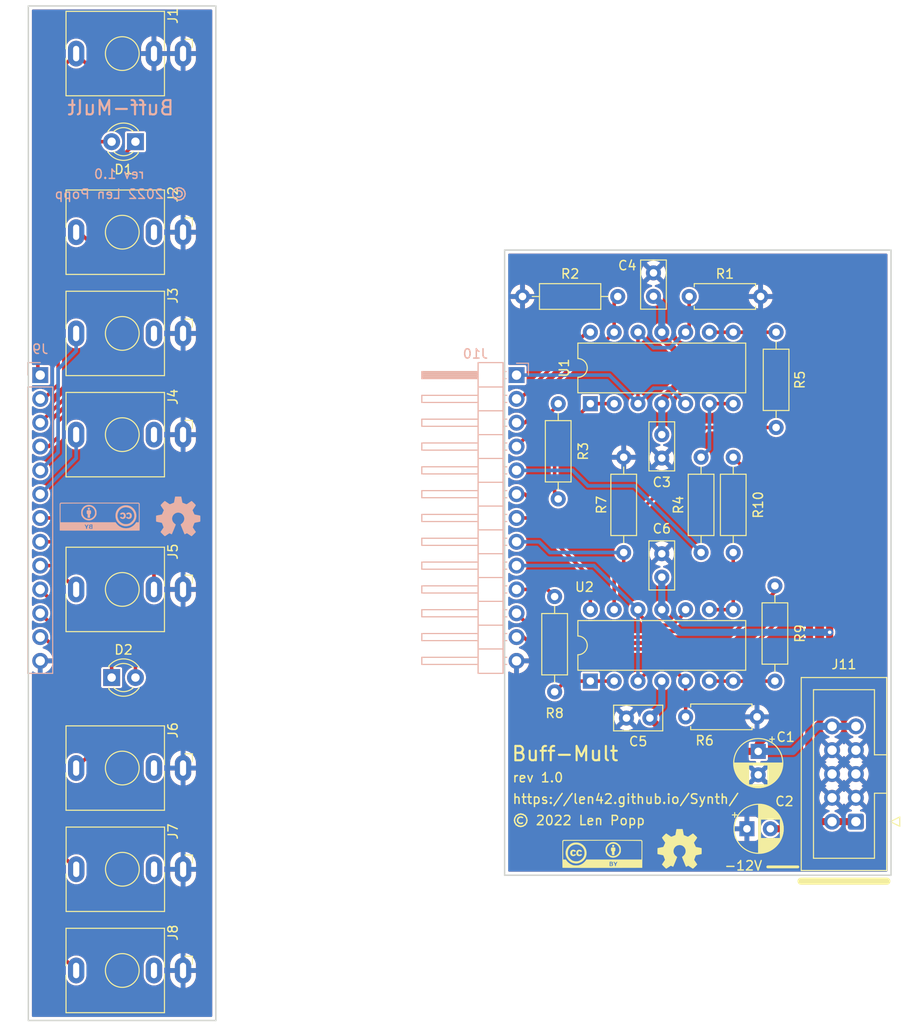
<source format=kicad_pcb>
(kicad_pcb (version 20211014) (generator pcbnew)
  (title_block (title "Eurorack Buffered Mult") (date "2022-06-05") (rev "1.0") (company "Len Popp") (comment 1 "Copyright © 2022 Len Popp CC BY") (comment 2 "Board settings comply with requirements of OSH Park https://oshpark.com/") (comment 3 "Eurorack buffered multiple module - 4HP"))
  (layers (0 "F.Cu" signal) (31 "B.Cu" signal) (36 "B.SilkS" user "B.Silkscreen") (37 "F.SilkS" user "F.Silkscreen") (38 "B.Mask" user) (39 "F.Mask" user) (44 "Edge.Cuts" user))
  (net 0 "")
  (net 1 "+12V")
  (net 2 "GND")
  (net 3 "-12V")
  (net 4 "LED-1-2")
  (net 6 "LED-1-1")
  (net 7 "LED-2-2")
  (net 8 "LED-2-1")
  (net 9 "IN-1")
  (net 10 "OUT-1-1")
  (net 11 "OUT-1-2")
  (net 12 "OUT-1-3")
  (net 13 "IN-2")
  (net 14 "OUT-2-1")
  (net 17 "OUT-2-2")
  (net 19 "OUT-2-3")
  (net 21 "Net-(R3-Pad1)")
  (net 22 "Net-(R4-Pad1)")
  (net 23 "Net-(R5-Pad1)")
  (net 24 "Net-(R8-Pad1)")
  (net 25 "Net-(R9-Pad1)")
  (net 27 "Net-(R10-Pad1)")
  (footprint "-lmp-misc:Logo_CC_BY" (layer "F.Cu") (at 161.544 127.254)
    (fp_text reference "G1" hide)
    (fp_text value "Logo_CC_BY" hide)
  )
  (footprint "-lmp-misc:Logo_OSHW" (layer "F.Cu") (at 169.799 126.746)
    (fp_text reference "G3" hide)
    (fp_text value "Logo_OSHW" hide)
  )
  (footprint "-lmp-synth:Jack_3.5mm_QingPu_WQP-PJ398SM_Vertical" (layer "F.Cu") (at 116.83 118.11 -90)
    (fp_text reference "J6" (at -4.03 1.08 90) (layer "F.SilkS"))
    (fp_text value "WQP-PJ398")
    (pad "S" thru_hole oval (at 0 0 90) (size 2.75 1.75) (drill oval 1.65 0.65) (layers *.Cu *.Mask) (net 2 "GND"))
    (pad "T" thru_hole oval (at 0 11.4 90) (size 2.75 1.75) (drill oval 1.65 0.65) (layers *.Cu *.Mask) (net 14 "OUT-2-1"))
    (pad "TN" thru_hole oval (at 0 3.1 90) (size 2.75 1.75) (drill oval 1.65 0.65) (layers *.Cu *.Mask))
  )
  (footprint "-lmp-misc:R_Axial_DIN0207_L6.3mm_D2.5mm_P10.16mm_Horizontal" (layer "F.Cu") (at 172.085 84.963 -90)
    (fp_text reference "R4" (at 5.08 2.413 90) (layer "F.SilkS"))
    (fp_text value "51R")
    (pad "1" thru_hole circle locked (at 0 0 270) (size 1.6 1.6) (drill 0.8) (layers *.Cu *.Mask) (net 22 "Net-(R4-Pad1)"))
    (pad "2" thru_hole oval locked (at 10.16 0 270) (size 1.6 1.6) (drill 0.8) (layers *.Cu *.Mask) (net 11 "OUT-1-2"))
  )
  (footprint "Package_DIP:DIP-14_W7.62mm" (layer "F.Cu") (at 160.274 108.839 90)
    (fp_text reference "U2" (at 10.033 -0.635 180) (layer "F.SilkS"))
    (fp_text value "TL074")
    (pad "1" thru_hole rect (at 0 0 90) (size 1.6 1.6) (drill 0.8) (layers *.Cu *.Mask) (net 24 "Net-(R8-Pad1)"))
    (pad "2" thru_hole oval (at 0 2.54 90) (size 1.6 1.6) (drill 0.8) (layers *.Cu *.Mask) (net 24 "Net-(R8-Pad1)"))
    (pad "3" thru_hole oval (at 0 5.08 90) (size 1.6 1.6) (drill 0.8) (layers *.Cu *.Mask) (net 13 "IN-2"))
    (pad "4" thru_hole oval (at 0 7.62 90) (size 1.6 1.6) (drill 0.8) (layers *.Cu *.Mask) (net 1 "+12V"))
    (pad "5" thru_hole oval (at 0 10.16 90) (size 1.6 1.6) (drill 0.8) (layers *.Cu *.Mask) (net 13 "IN-2"))
    (pad "6" thru_hole oval (at 0 12.7 90) (size 1.6 1.6) (drill 0.8) (layers *.Cu *.Mask) (net 25 "Net-(R9-Pad1)"))
    (pad "7" thru_hole oval (at 0 15.24 90) (size 1.6 1.6) (drill 0.8) (layers *.Cu *.Mask) (net 25 "Net-(R9-Pad1)"))
    (pad "8" thru_hole oval (at 7.62 15.24 90) (size 1.6 1.6) (drill 0.8) (layers *.Cu *.Mask) (net 27 "Net-(R10-Pad1)"))
    (pad "9" thru_hole oval (at 7.62 12.7 90) (size 1.6 1.6) (drill 0.8) (layers *.Cu *.Mask) (net 27 "Net-(R10-Pad1)"))
    (pad "10" thru_hole oval (at 7.62 10.16 90) (size 1.6 1.6) (drill 0.8) (layers *.Cu *.Mask) (net 13 "IN-2"))
    (pad "11" thru_hole oval (at 7.62 7.62 90) (size 1.6 1.6) (drill 0.8) (layers *.Cu *.Mask) (net 3 "-12V"))
    (pad "12" thru_hole oval (at 7.62 5.08 90) (size 1.6 1.6) (drill 0.8) (layers *.Cu *.Mask) (net 13 "IN-2"))
    (pad "13" thru_hole oval (at 7.62 2.54 90) (size 1.6 1.6) (drill 0.8) (layers *.Cu *.Mask) (net 7 "LED-2-2"))
    (pad "14" thru_hole oval (at 7.62 0 90) (size 1.6 1.6) (drill 0.8) (layers *.Cu *.Mask) (net 8 "LED-2-1"))
  )
  (footprint "-lmp-synth:Jack_3.5mm_QingPu_WQP-PJ398SM_Vertical" (layer "F.Cu") (at 116.83 71.755 -90)
    (fp_text reference "J3" (at -4.03 1.08 90) (layer "F.SilkS"))
    (fp_text value "WQP-PJ398")
    (pad "S" thru_hole oval (at 0 0 90) (size 2.75 1.75) (drill oval 1.65 0.65) (layers *.Cu *.Mask) (net 2 "GND"))
    (pad "T" thru_hole oval (at 0 11.4 90) (size 2.75 1.75) (drill oval 1.65 0.65) (layers *.Cu *.Mask) (net 11 "OUT-1-2"))
    (pad "TN" thru_hole oval (at 0 3.1 90) (size 2.75 1.75) (drill oval 1.65 0.65) (layers *.Cu *.Mask))
  )
  (footprint "-lmp-misc:R_Axial_DIN0207_L6.3mm_D2.5mm_P10.16mm_Horizontal" (layer "F.Cu") (at 156.845 89.408 90)
    (fp_text reference "R3" (at 5.08 2.667 90) (layer "F.SilkS"))
    (fp_text value "51R")
    (pad "1" thru_hole circle locked (at 0 0 90) (size 1.6 1.6) (drill 0.8) (layers *.Cu *.Mask) (net 21 "Net-(R3-Pad1)"))
    (pad "2" thru_hole oval locked (at 10.16 0 90) (size 1.6 1.6) (drill 0.8) (layers *.Cu *.Mask) (net 10 "OUT-1-1"))
  )
  (footprint "-lmp-misc:R_Axial_DIN0207_L6.3mm_D2.5mm_P10.16mm_Horizontal" (layer "F.Cu") (at 180.086 71.628 -90)
    (fp_text reference "R5" (at 5.08 -2.54 90) (layer "F.SilkS"))
    (fp_text value "51R")
    (pad "1" thru_hole circle locked (at 0 0 270) (size 1.6 1.6) (drill 0.8) (layers *.Cu *.Mask) (net 23 "Net-(R5-Pad1)"))
    (pad "2" thru_hole oval locked (at 10.16 0 270) (size 1.6 1.6) (drill 0.8) (layers *.Cu *.Mask) (net 12 "OUT-1-3"))
  )
  (footprint "-lmp-synth:Jack_3.5mm_QingPu_WQP-PJ398SM_Vertical" (layer "F.Cu") (at 116.83 60.96 -90)
    (fp_text reference "J2" (at -4.03 1.08 90) (layer "F.SilkS"))
    (fp_text value "WQP-PJ398")
    (pad "S" thru_hole oval (at 0 0 90) (size 2.75 1.75) (drill oval 1.65 0.65) (layers *.Cu *.Mask) (net 2 "GND"))
    (pad "T" thru_hole oval (at 0 11.4 90) (size 2.75 1.75) (drill oval 1.65 0.65) (layers *.Cu *.Mask) (net 10 "OUT-1-1"))
    (pad "TN" thru_hole oval (at 0 3.1 90) (size 2.75 1.75) (drill oval 1.65 0.65) (layers *.Cu *.Mask))
  )
  (footprint "-lmp-synth:Jack_3.5mm_QingPu_WQP-PJ398SM_Vertical" (layer "F.Cu") (at 116.84 128.905 -90)
    (fp_text reference "J7" (at -4.03 1.08 90) (layer "F.SilkS"))
    (fp_text value "WQP-PJ398")
    (pad "S" thru_hole oval (at 0 0 90) (size 2.75 1.75) (drill oval 1.65 0.65) (layers *.Cu *.Mask) (net 2 "GND"))
    (pad "T" thru_hole oval (at 0 11.4 90) (size 2.75 1.75) (drill oval 1.65 0.65) (layers *.Cu *.Mask) (net 17 "OUT-2-2"))
    (pad "TN" thru_hole oval (at 0 3.1 90) (size 2.75 1.75) (drill oval 1.65 0.65) (layers *.Cu *.Mask))
  )
  (footprint "LED_THT:LED_D3.0mm" (layer "F.Cu") (at 109.215 108.458)
    (fp_text reference "D2" (at 1.27 -2.96) (layer "F.SilkS"))
    (fp_text value "LED_Bidi")
    (pad "1" thru_hole rect (at 0 0) (size 1.8 1.8) (drill 0.9) (layers *.Cu *.Mask) (net 7 "LED-2-2"))
    (pad "2" thru_hole circle (at 2.54 0) (size 1.8 1.8) (drill 0.9) (layers *.Cu *.Mask) (net 8 "LED-2-1"))
  )
  (footprint "-lmp-misc:R_Axial_DIN0207_L6.3mm_D2.5mm_P10.16mm_Horizontal" (layer "F.Cu") (at 179.959 108.839 90)
    (fp_text reference "R9" (at 5.08 2.667 90) (layer "F.SilkS"))
    (fp_text value "51R")
    (pad "1" thru_hole circle locked (at 0 0 90) (size 1.6 1.6) (drill 0.8) (layers *.Cu *.Mask) (net 25 "Net-(R9-Pad1)"))
    (pad "2" thru_hole oval locked (at 10.16 0 90) (size 1.6 1.6) (drill 0.8) (layers *.Cu *.Mask) (net 17 "OUT-2-2"))
  )
  (footprint "-lmp-synth:Jack_3.5mm_QingPu_WQP-PJ398SM_Vertical" (layer "F.Cu") (at 116.83 82.55 -90)
    (fp_text reference "J4" (at -4.03 1.08 90) (layer "F.SilkS"))
    (fp_text value "WQP-PJ398")
    (pad "S" thru_hole oval (at 0 0 90) (size 2.75 1.75) (drill oval 1.65 0.65) (layers *.Cu *.Mask) (net 2 "GND"))
    (pad "T" thru_hole oval (at 0 11.4 90) (size 2.75 1.75) (drill oval 1.65 0.65) (layers *.Cu *.Mask) (net 12 "OUT-1-3"))
    (pad "TN" thru_hole oval (at 0 3.1 90) (size 2.75 1.75) (drill oval 1.65 0.65) (layers *.Cu *.Mask))
  )
  (footprint "-lmp-misc:CP_Radial_D5.0mm_P2.50mm" (layer "F.Cu") (at 176.972888 124.587)
    (fp_text reference "C2" (at 4.002112 -2.921) (layer "F.SilkS"))
    (fp_text value "10U")
    (pad "1" thru_hole rect locked (at 0 0) (size 1.6 1.6) (drill 0.8) (layers *.Cu *.Mask) (net 2 "GND"))
    (pad "2" thru_hole circle locked (at 2.5 0) (size 1.6 1.6) (drill 0.8) (layers *.Cu *.Mask) (net 3 "-12V"))
  )
  (footprint "-lmp-misc:R_Axial_DIN0207_L6.3mm_D2.5mm_P10.16mm_Horizontal" (layer "F.Cu") (at 156.464 109.982 90)
    (fp_text reference "R8" (at -2.286 0 180) (layer "F.SilkS"))
    (fp_text value "51R")
    (pad "1" thru_hole circle locked (at 0 0 90) (size 1.6 1.6) (drill 0.8) (layers *.Cu *.Mask) (net 24 "Net-(R8-Pad1)"))
    (pad "2" thru_hole oval locked (at 10.16 0 90) (size 1.6 1.6) (drill 0.8) (layers *.Cu *.Mask) (net 14 "OUT-2-1"))
  )
  (footprint "Package_DIP:DIP-14_W7.62mm" (layer "F.Cu") (at 160.274 79.248 90)
    (fp_text reference "U1" (at 3.81 -2.794 90) (layer "F.SilkS"))
    (fp_text value "TL074")
    (pad "1" thru_hole rect (at 0 0 90) (size 1.6 1.6) (drill 0.8) (layers *.Cu *.Mask) (net 21 "Net-(R3-Pad1)"))
    (pad "2" thru_hole oval (at 0 2.54 90) (size 1.6 1.6) (drill 0.8) (layers *.Cu *.Mask) (net 21 "Net-(R3-Pad1)"))
    (pad "3" thru_hole oval (at 0 5.08 90) (size 1.6 1.6) (drill 0.8) (layers *.Cu *.Mask) (net 9 "IN-1"))
    (pad "4" thru_hole oval (at 0 7.62 90) (size 1.6 1.6) (drill 0.8) (layers *.Cu *.Mask) (net 1 "+12V"))
    (pad "5" thru_hole oval (at 0 10.16 90) (size 1.6 1.6) (drill 0.8) (layers *.Cu *.Mask) (net 9 "IN-1"))
    (pad "6" thru_hole oval (at 0 12.7 90) (size 1.6 1.6) (drill 0.8) (layers *.Cu *.Mask) (net 22 "Net-(R4-Pad1)"))
    (pad "7" thru_hole oval (at 0 15.24 90) (size 1.6 1.6) (drill 0.8) (layers *.Cu *.Mask) (net 22 "Net-(R4-Pad1)"))
    (pad "8" thru_hole oval (at 7.62 15.24 90) (size 1.6 1.6) (drill 0.8) (layers *.Cu *.Mask) (net 23 "Net-(R5-Pad1)"))
    (pad "9" thru_hole oval (at 7.62 12.7 90) (size 1.6 1.6) (drill 0.8) (layers *.Cu *.Mask) (net 23 "Net-(R5-Pad1)"))
    (pad "10" thru_hole oval (at 7.62 10.16 90) (size 1.6 1.6) (drill 0.8) (layers *.Cu *.Mask) (net 9 "IN-1"))
    (pad "11" thru_hole oval (at 7.62 7.62 90) (size 1.6 1.6) (drill 0.8) (layers *.Cu *.Mask) (net 3 "-12V"))
    (pad "12" thru_hole oval (at 7.62 5.08 90) (size 1.6 1.6) (drill 0.8) (layers *.Cu *.Mask) (net 9 "IN-1"))
    (pad "13" thru_hole oval (at 7.62 2.54 90) (size 1.6 1.6) (drill 0.8) (layers *.Cu *.Mask) (net 4 "LED-1-2"))
    (pad "14" thru_hole oval (at 7.62 0 90) (size 1.6 1.6) (drill 0.8) (layers *.Cu *.Mask) (net 6 "LED-1-1"))
  )
  (footprint "-lmp-misc:R_Axial_DIN0207_L6.3mm_D2.5mm_P10.16mm_Horizontal" (layer "F.Cu") (at 163.83 95.123 90)
    (fp_text reference "R7" (at 5.08 -2.37 90) (layer "F.SilkS"))
    (fp_text value "1K")
    (pad "1" thru_hole circle locked (at 0 0 90) (size 1.6 1.6) (drill 0.8) (layers *.Cu *.Mask) (net 7 "LED-2-2"))
    (pad "2" thru_hole oval locked (at 10.16 0 90) (size 1.6 1.6) (drill 0.8) (layers *.Cu *.Mask) (net 2 "GND"))
  )
  (footprint "-lmp-misc:R_Axial_DIN0207_L6.3mm_D2.5mm_P7.62mm_Horizontal" (layer "F.Cu") (at 170.815 67.818)
    (fp_text reference "R1" (at 3.81 -2.413) (layer "F.SilkS"))
    (fp_text value "1M")
    (pad "1" thru_hole circle locked (at 0 0) (size 1.6 1.6) (drill 0.8) (layers *.Cu *.Mask) (net 9 "IN-1"))
    (pad "2" thru_hole oval locked (at 7.62 0) (size 1.6 1.6) (drill 0.8) (layers *.Cu *.Mask) (net 2 "GND"))
  )
  (footprint "-lmp-misc:R_Axial_DIN0207_L6.3mm_D2.5mm_P10.16mm_Horizontal" (layer "F.Cu") (at 175.514 95.123 90)
    (fp_text reference "R10" (at 5.08 2.667 90) (layer "F.SilkS"))
    (fp_text value "51R")
    (pad "1" thru_hole circle locked (at 0 0 90) (size 1.6 1.6) (drill 0.8) (layers *.Cu *.Mask) (net 27 "Net-(R10-Pad1)"))
    (pad "2" thru_hole oval locked (at 10.16 0 90) (size 1.6 1.6) (drill 0.8) (layers *.Cu *.Mask) (net 19 "OUT-2-3"))
  )
  (footprint "-lmp-synth:Jack_3.5mm_QingPu_WQP-PJ398SM_Vertical" (layer "F.Cu") (at 116.83 41.91 -90)
    (fp_text reference "J1" (at -4.03 1.08 90) (layer "F.SilkS"))
    (fp_text value "WQP-PJ398")
    (pad "S" thru_hole oval (at 0 0 90) (size 2.75 1.75) (drill oval 1.65 0.65) (layers *.Cu *.Mask) (net 2 "GND"))
    (pad "T" thru_hole oval (at 0 11.4 90) (size 2.75 1.75) (drill oval 1.65 0.65) (layers *.Cu *.Mask) (net 9 "IN-1"))
    (pad "TN" thru_hole oval (at 0 3.1 90) (size 2.75 1.75) (drill oval 1.65 0.65) (layers *.Cu *.Mask) (net 2 "GND"))
  )
  (footprint "LED_THT:LED_D3.0mm" (layer "F.Cu") (at 111.755 51.308 180)
    (fp_text reference "D1" (at 1.27 -2.96) (layer "F.SilkS"))
    (fp_text value "LED_Bidi")
    (pad "1" thru_hole rect (at 0 0 180) (size 1.8 1.8) (drill 0.9) (layers *.Cu *.Mask) (net 4 "LED-1-2"))
    (pad "2" thru_hole circle (at 2.54 0 180) (size 1.8 1.8) (drill 0.9) (layers *.Cu *.Mask) (net 6 "LED-1-1"))
  )
  (footprint "-lmp-misc:CP_Radial_D5.0mm_P2.50mm" (layer "F.Cu") (at 178.181 116.332 -90)
    (fp_text reference "C1" (at -1.524 -2.921 180) (layer "F.SilkS"))
    (fp_text value "10U")
    (pad "1" thru_hole rect locked (at 0 0 270) (size 1.6 1.6) (drill 0.8) (layers *.Cu *.Mask) (net 1 "+12V"))
    (pad "2" thru_hole circle locked (at 2.5 0 270) (size 1.6 1.6) (drill 0.8) (layers *.Cu *.Mask) (net 2 "GND"))
  )
  (footprint "-lmp-misc:C_Disc_D5.0mm_W2.5mm_P2.50mm" (layer "F.Cu") (at 167.894 82.55 -90)
    (fp_text reference "C3" (at 5.08 0 180) (layer "F.SilkS"))
    (fp_text value "100N")
    (pad "1" thru_hole circle locked (at 0 0 270) (size 1.6 1.6) (drill 0.8) (layers *.Cu *.Mask) (net 1 "+12V"))
    (pad "2" thru_hole circle locked (at 2.5 0 270) (size 1.6 1.6) (drill 0.8) (layers *.Cu *.Mask) (net 2 "GND"))
  )
  (footprint "-lmp-synth:Jack_3.5mm_QingPu_WQP-PJ398SM_Vertical" (layer "F.Cu") (at 116.83 139.7 -90)
    (fp_text reference "J8" (at -4.03 1.08 90) (layer "F.SilkS"))
    (fp_text value "WQP-PJ398")
    (pad "S" thru_hole oval (at 0 0 90) (size 2.75 1.75) (drill oval 1.65 0.65) (layers *.Cu *.Mask) (net 2 "GND"))
    (pad "T" thru_hole oval (at 0 11.4 90) (size 2.75 1.75) (drill oval 1.65 0.65) (layers *.Cu *.Mask) (net 19 "OUT-2-3"))
    (pad "TN" thru_hole oval (at 0 3.1 90) (size 2.75 1.75) (drill oval 1.65 0.65) (layers *.Cu *.Mask))
  )
  (footprint "-lmp-misc:C_Disc_D5.0mm_W2.5mm_P2.50mm" (layer "F.Cu") (at 166.624 112.776 180)
    (fp_text reference "C5" (at 1.25 -2.5) (layer "F.SilkS"))
    (fp_text value "100N")
    (pad "1" thru_hole circle locked (at 0 0 180) (size 1.6 1.6) (drill 0.8) (layers *.Cu *.Mask) (net 1 "+12V"))
    (pad "2" thru_hole circle locked (at 2.5 0 180) (size 1.6 1.6) (drill 0.8) (layers *.Cu *.Mask) (net 2 "GND"))
  )
  (footprint "-lmp-synth:IDC-Header-Eurorack-10-TH" (layer "F.Cu") (at 188.595 123.825 180)
    (fp_text reference "J11" (at 1.27 16.764) (layer "F.SilkS"))
    (fp_text value "Conn_Eurorack_10")
    (pad "1" thru_hole roundrect locked (at 0 0 180) (size 1.7 1.7) (drill 1) (layers *.Cu *.Mask) (roundrect_rratio 0.1470588235) (net 3 "-12V"))
    (pad "2" thru_hole circle locked (at 2.54 0 180) (size 1.7 1.7) (drill 1) (layers *.Cu *.Mask) (net 3 "-12V"))
    (pad "3" thru_hole circle locked (at 0 2.54 180) (size 1.7 1.7) (drill 1) (layers *.Cu *.Mask) (net 2 "GND"))
    (pad "4" thru_hole circle locked (at 2.54 2.54 180) (size 1.7 1.7) (drill 1) (layers *.Cu *.Mask) (net 2 "GND"))
    (pad "5" thru_hole circle locked (at 0 5.08 180) (size 1.7 1.7) (drill 1) (layers *.Cu *.Mask) (net 2 "GND"))
    (pad "6" thru_hole circle locked (at 2.54 5.08 180) (size 1.7 1.7) (drill 1) (layers *.Cu *.Mask) (net 2 "GND"))
    (pad "7" thru_hole circle locked (at 0 7.62 180) (size 1.7 1.7) (drill 1) (layers *.Cu *.Mask) (net 2 "GND"))
    (pad "8" thru_hole circle locked (at 2.54 7.62 180) (size 1.7 1.7) (drill 1) (layers *.Cu *.Mask) (net 2 "GND"))
    (pad "9" thru_hole circle locked (at 0 10.16 180) (size 1.7 1.7) (drill 1) (layers *.Cu *.Mask) (net 1 "+12V"))
    (pad "10" thru_hole circle locked (at 2.54 10.16 180) (size 1.7 1.7) (drill 1) (layers *.Cu *.Mask) (net 1 "+12V"))
  )
  (footprint "-lmp-synth:Jack_3.5mm_QingPu_WQP-PJ398SM_Vertical" (layer "F.Cu") (at 116.83 99.06 -90)
    (fp_text reference "J5" (at -4.03 1.08 90) (layer "F.SilkS"))
    (fp_text value "WQP-PJ398")
    (pad "S" thru_hole oval (at 0 0 90) (size 2.75 1.75) (drill oval 1.65 0.65) (layers *.Cu *.Mask) (net 2 "GND"))
    (pad "T" thru_hole oval (at 0 11.4 90) (size 2.75 1.75) (drill oval 1.65 0.65) (layers *.Cu *.Mask) (net 13 "IN-2"))
    (pad "TN" thru_hole oval (at 0 3.1 90) (size 2.75 1.75) (drill oval 1.65 0.65) (layers *.Cu *.Mask) (net 9 "IN-1"))
  )
  (footprint "-lmp-misc:R_Axial_DIN0207_L6.3mm_D2.5mm_P7.62mm_Horizontal" (layer "F.Cu") (at 170.434 112.649)
    (fp_text reference "R6" (at 2.032 2.54) (layer "F.SilkS"))
    (fp_text value "1M")
    (pad "1" thru_hole circle locked (at 0 0) (size 1.6 1.6) (drill 0.8) (layers *.Cu *.Mask) (net 13 "IN-2"))
    (pad "2" thru_hole oval locked (at 7.62 0) (size 1.6 1.6) (drill 0.8) (layers *.Cu *.Mask) (net 2 "GND"))
  )
  (footprint "-lmp-misc:C_Disc_D5.0mm_W2.5mm_P2.50mm" (layer "F.Cu") (at 167.005 65.298 -90)
    (fp_text reference "C4" (at -0.782 2.794 180) (layer "F.SilkS"))
    (fp_text value "100N")
    (pad "1" thru_hole circle locked (at 0 0 270) (size 1.6 1.6) (drill 0.8) (layers *.Cu *.Mask) (net 2 "GND"))
    (pad "2" thru_hole circle locked (at 2.5 0 270) (size 1.6 1.6) (drill 0.8) (layers *.Cu *.Mask) (net 3 "-12V"))
  )
  (footprint "-lmp-misc:R_Axial_DIN0207_L6.3mm_D2.5mm_P10.16mm_Horizontal" (layer "F.Cu") (at 163.195 67.818 180)
    (fp_text reference "R2" (at 5.08 2.413) (layer "F.SilkS"))
    (fp_text value "1K")
    (pad "1" thru_hole circle locked (at 0 0 180) (size 1.6 1.6) (drill 0.8) (layers *.Cu *.Mask) (net 4 "LED-1-2"))
    (pad "2" thru_hole oval locked (at 10.16 0 180) (size 1.6 1.6) (drill 0.8) (layers *.Cu *.Mask) (net 2 "GND"))
  )
  (footprint "-lmp-misc:C_Disc_D5.0mm_W2.5mm_P2.50mm" (layer "F.Cu") (at 167.894 95.25 -90)
    (fp_text reference "C6" (at -2.667 0 180) (layer "F.SilkS"))
    (fp_text value "100N")
    (pad "1" thru_hole circle locked (at 0 0 270) (size 1.6 1.6) (drill 0.8) (layers *.Cu *.Mask) (net 2 "GND"))
    (pad "2" thru_hole circle locked (at 2.5 0 270) (size 1.6 1.6) (drill 0.8) (layers *.Cu *.Mask) (net 3 "-12V"))
  )
  (footprint "-lmp-misc:Logo_CC_BY" (layer "B.Cu") (at 107.95 91.2876 180)
    (fp_text reference "G2" hide)
    (fp_text value "Logo_CC_BY" hide)
  )
  (footprint "-lmp-misc:Logo_OSHW" (layer "B.Cu") (at 116.3066 91.2876 180)
    (fp_text reference "G4" hide)
    (fp_text value "Logo_OSHW" hide)
  )
  (footprint "Connector_PinSocket_2.54mm:PinSocket_1x13_P2.54mm_Vertical" (layer "B.Cu") (at 101.6 76.2 180)
    (fp_text reference "J9" (at 0 2.77) (layer "B.SilkS") (effects (justify mirror)))
    (fp_text value "Conn_Front")
    (pad "1" thru_hole rect (at 0 0 180) (size 1.7 1.7) (drill 1) (layers *.Cu *.Mask) (net 9 "IN-1"))
    (pad "2" thru_hole oval (at 0 -2.54 180) (size 1.7 1.7) (drill 1) (layers *.Cu *.Mask) (net 6 "LED-1-1"))
    (pad "3" thru_hole oval (at 0 -5.08 180) (size 1.7 1.7) (drill 1) (layers *.Cu *.Mask) (net 4 "LED-1-2"))
    (pad "4" thru_hole oval (at 0 -7.62 180) (size 1.7 1.7) (drill 1) (layers *.Cu *.Mask) (net 10 "OUT-1-1"))
    (pad "5" thru_hole oval (at 0 -10.16 180) (size 1.7 1.7) (drill 1) (layers *.Cu *.Mask) (net 11 "OUT-1-2"))
    (pad "6" thru_hole oval (at 0 -12.7 180) (size 1.7 1.7) (drill 1) (layers *.Cu *.Mask) (net 12 "OUT-1-3"))
    (pad "7" thru_hole oval (at 0 -15.24 180) (size 1.7 1.7) (drill 1) (layers *.Cu *.Mask) (net 8 "LED-2-1"))
    (pad "8" thru_hole oval (at 0 -17.78 180) (size 1.7 1.7) (drill 1) (layers *.Cu *.Mask) (net 7 "LED-2-2"))
    (pad "9" thru_hole oval (at 0 -20.32 180) (size 1.7 1.7) (drill 1) (layers *.Cu *.Mask) (net 13 "IN-2"))
    (pad "10" thru_hole oval (at 0 -22.86 180) (size 1.7 1.7) (drill 1) (layers *.Cu *.Mask) (net 14 "OUT-2-1"))
    (pad "11" thru_hole oval (at 0 -25.4 180) (size 1.7 1.7) (drill 1) (layers *.Cu *.Mask) (net 17 "OUT-2-2"))
    (pad "12" thru_hole oval (at 0 -27.94 180) (size 1.7 1.7) (drill 1) (layers *.Cu *.Mask) (net 19 "OUT-2-3"))
    (pad "13" thru_hole oval (at 0 -30.48 180) (size 1.7 1.7) (drill 1) (layers *.Cu *.Mask) (net 2 "GND"))
  )
  (footprint "Connector_PinHeader_2.54mm:PinHeader_1x13_P2.54mm_Horizontal" (layer "B.Cu") (at 152.4 76.2 180)
    (fp_text reference "J10" (at 4.385 2.27) (layer "B.SilkS") (effects (justify mirror)))
    (fp_text value "Conn_Back")
    (pad "1" thru_hole rect (at 0 0 180) (size 1.7 1.7) (drill 1) (layers *.Cu *.Mask) (net 9 "IN-1"))
    (pad "2" thru_hole oval (at 0 -2.54 180) (size 1.7 1.7) (drill 1) (layers *.Cu *.Mask) (net 6 "LED-1-1"))
    (pad "3" thru_hole oval (at 0 -5.08 180) (size 1.7 1.7) (drill 1) (layers *.Cu *.Mask) (net 4 "LED-1-2"))
    (pad "4" thru_hole oval (at 0 -7.62 180) (size 1.7 1.7) (drill 1) (layers *.Cu *.Mask) (net 10 "OUT-1-1"))
    (pad "5" thru_hole oval (at 0 -10.16 180) (size 1.7 1.7) (drill 1) (layers *.Cu *.Mask) (net 11 "OUT-1-2"))
    (pad "6" thru_hole oval (at 0 -12.7 180) (size 1.7 1.7) (drill 1) (layers *.Cu *.Mask) (net 12 "OUT-1-3"))
    (pad "7" thru_hole oval (at 0 -15.24 180) (size 1.7 1.7) (drill 1) (layers *.Cu *.Mask) (net 8 "LED-2-1"))
    (pad "8" thru_hole oval (at 0 -17.78 180) (size 1.7 1.7) (drill 1) (layers *.Cu *.Mask) (net 7 "LED-2-2"))
    (pad "9" thru_hole oval (at 0 -20.32 180) (size 1.7 1.7) (drill 1) (layers *.Cu *.Mask) (net 13 "IN-2"))
    (pad "10" thru_hole oval (at 0 -22.86 180) (size 1.7 1.7) (drill 1) (layers *.Cu *.Mask) (net 14 "OUT-2-1"))
    (pad "11" thru_hole oval (at 0 -25.4 180) (size 1.7 1.7) (drill 1) (layers *.Cu *.Mask) (net 17 "OUT-2-2"))
    (pad "12" thru_hole oval (at 0 -27.94 180) (size 1.7 1.7) (drill 1) (layers *.Cu *.Mask) (net 19 "OUT-2-3"))
    (pad "13" thru_hole oval (at 0 -30.48 180) (size 1.7 1.7) (drill 1) (layers *.Cu *.Mask) (net 2 "GND"))
  )
  (gr_line (start 182.405 128.651) (end 179.197 128.651) (layer "F.SilkS") (width 0.3048))
  (gr_line (start 151.13 129.54) (end 151.13 62.865) (layer "Edge.Cuts") (width 0.1524))
  (gr_line (start 151.13 62.865) (end 192.3415 62.865) (layer "Edge.Cuts") (width 0.1524))
  (gr_line (start 120.33 36.83) (end 120.33 145.034) (layer "Edge.Cuts") (width 0.1524))
  (gr_line (start 120.33 145.034) (end 100.33 145.034) (layer "Edge.Cuts") (width 0.1524))
  (gr_line (start 100.33 36.83) (end 120.33 36.83) (layer "Edge.Cuts") (width 0.1524))
  (gr_line (start 192.3415 129.54) (end 151.13 129.54) (layer "Edge.Cuts") (width 0.1524))
  (gr_line (start 192.3415 62.865) (end 192.3415 129.54) (layer "Edge.Cuts") (width 0.1524))
  (gr_line (start 100.33 145.034) (end 100.33 36.83) (layer "Edge.Cuts") (width 0.1524))
  (gr_text "Buff-Mult" (at 110.1852 47.7012) (layer "B.SilkS") (effects (font (size 1.524 1.524) (thickness 0.2286)) (justify mirror)))
  (gr_text "rev ${REVISION}" (at 110.0328 54.7624) (layer "B.SilkS") (effects (font (size 1 1)) (justify mirror)))
  (gr_text "© 2022 Len Popp" (at 117.348 56.896) (layer "B.SilkS") (effects (font (size 1 1)) (justify left mirror)))
  (gr_text "© 2022 Len Popp" (at 151.892 123.698) (layer "F.SilkS") (effects (font (size 1 1)) (justify left)))
  (gr_text "-12V" (at 178.689 128.524) (layer "F.SilkS") (effects (font (size 1 1)) (justify right)))
  (gr_text "Buff-Mult" (at 151.765 116.586) (layer "F.SilkS") (effects (font (size 1.524 1.524) (thickness 0.2286)) (justify left)))
  (gr_text "https://len42.github.io/Synth/" (at 151.892 121.412) (layer "F.SilkS") (effects (font (size 1.016 1.016) (thickness 0.1524)) (justify left)))
  (gr_text "rev ${REVISION}" (at 151.892 119.126) (layer "F.SilkS") (effects (font (size 1 1)) (justify left)))
  (segment (start 178.689 77.216) (end 169.545 77.216) (width 0.762) (layer "F.Cu") (net 1))
  (segment (start 167.894 78.867) (end 167.894 79.248) (width 0.762) (layer "F.Cu") (net 1))
  (segment (start 170.18 116.332) (end 169.799 115.951) (width 0.762) (layer "F.Cu") (net 1))
  (segment (start 178.181 115.57) (end 183.642 110.109) (width 0.762) (layer "F.Cu") (net 1))
  (segment (start 166.624 112.776) (end 168.9735 115.1255) (width 0.762) (layer "F.Cu") (net 1))
  (segment (start 183.642 110.109) (end 183.642 82.169) (width 0.762) (layer "F.Cu") (net 1))
  (segment (start 169.799 115.951) (end 168.9735 115.1255) (width 0.762) (layer "F.Cu") (net 1))
  (segment (start 178.181 116.332) (end 178.181 115.57) (width 0.762) (layer "F.Cu") (net 1))
  (segment (start 178.181 116.332) (end 170.18 116.332) (width 0.762) (layer "F.Cu") (net 1))
  (segment (start 183.642 82.169) (end 178.689 77.216) (width 0.762) (layer "F.Cu") (net 1))
  (segment (start 169.545 77.216) (end 167.894 78.867) (width 0.762) (layer "F.Cu") (net 1))
  (segment (start 181.864 116.332) (end 178.181 116.332) (width 0.762) (layer "B.Cu") (net 1))
  (segment (start 188.595 113.665) (end 186.055 113.665) (width 0.762) (layer "B.Cu") (net 1))
  (segment (start 166.624 112.776) (end 167.894 111.506) (width 0.762) (layer "B.Cu") (net 1))
  (segment (start 184.531 113.665) (end 181.864 116.332) (width 0.762) (layer "B.Cu") (net 1))
  (segment (start 167.894 111.506) (end 167.894 108.839) (width 0.762) (layer "B.Cu") (net 1))
  (segment (start 186.055 113.665) (end 184.531 113.665) (width 0.762) (layer "B.Cu") (net 1))
  (segment (start 167.894 82.55) (end 167.894 79.248) (width 0.762) (layer "B.Cu") (net 1))
  (segment (start 185.801 105.918) (end 185.801 103.632) (width 0.762) (layer "F.Cu") (net 3))
  (segment (start 167.894 72.136) (end 167.894 71.628) (width 0.762) (layer "F.Cu") (net 3))
  (segment (start 185.801 110.871) (end 183.5785 113.0935) (width 0.762) (layer "F.Cu") (net 3))
  (segment (start 178.689 74.295) (end 170.053 74.295) (width 0.762) (layer "F.Cu") (net 3))
  (segment (start 170.053 74.295) (end 167.894 72.136) (width 0.762) (layer "F.Cu") (net 3))
  (segment (start 185.801 105.918) (end 185.801 110.871) (width 0.762) (layer "F.Cu") (net 3))
  (segment (start 183.5785 113.0935) (end 183.5785 122.8725) (width 0.762) (layer "F.Cu") (net 3))
  (segment (start 188.595 123.825) (end 186.055 123.825) (width 0.762) (layer "F.Cu") (net 3))
  (segment (start 183.5785 122.8725) (end 184.531 123.825) (width 0.762) (layer "F.Cu") (net 3))
  (segment (start 181.864 124.587) (end 179.475888 124.587) (width 0.762) (layer "F.Cu") (net 3))
  (segment (start 183.5785 122.8725) (end 181.864 124.587) (width 0.762) (layer "F.Cu") (net 3))
  (segment (start 185.801 81.407) (end 178.689 74.295) (width 0.762) (layer "F.Cu") (net 3))
  (segment (start 186.055 123.825) (end 184.531 123.825) (width 0.762) (layer "F.Cu") (net 3))
  (segment (start 185.801 103.632) (end 185.801 81.407) (width 0.762) (layer "F.Cu") (net 3))
  (via (at 185.801 103.632) (size 0.762) (drill 0.381) (layers "F.Cu" "B.Cu") (net 3))
  (segment (start 167.005 67.798) (end 167.894 68.687) (width 0.762) (layer "B.Cu") (net 3))
  (segment (start 167.894 101.727) (end 167.894 101.219) (width 0.762) (layer "B.Cu") (net 3))
  (segment (start 167.894 101.219) (end 167.894 97.75) (width 0.762) (layer "B.Cu") (net 3))
  (segment (start 169.7355 103.5685) (end 169.799 103.632) (width 0.762) (layer "B.Cu") (net 3))
  (segment (start 167.894 68.687) (end 167.894 71.628) (width 0.762) (layer "B.Cu") (net 3))
  (segment (start 169.7355 103.5685) (end 167.894 101.727) (width 0.762) (layer "B.Cu") (net 3))
  (segment (start 169.799 103.632) (end 185.801 103.632) (width 0.762) (layer "B.Cu") (net 3))
  (segment (start 160.68675 73.75525) (end 162.814 71.628) (width 0.381) (layer "F.Cu") (net 4))
  (segment (start 159.79775 73.75525) (end 160.68675 73.75525) (width 0.381) (layer "F.Cu") (net 4))
  (segment (start 154.559 78.994) (end 159.79775 73.75525) (width 0.381) (layer "F.Cu") (net 4))
  (segment (start 162.814 71.628) (end 162.814 68.199) (width 0.381) (layer "F.Cu") (net 4))
  (segment (start 154.559 80.01) (end 154.559 78.994) (width 0.381) (layer "F.Cu") (net 4))
  (segment (start 111.755 51.44) (end 111.755 51.308) (width 0.381) (layer "F.Cu") (net 4))
  (segment (start 101.6 81.28) (end 107.188 75.692) (width 0.381) (layer "F.Cu") (net 4))
  (segment (start 152.4 81.28) (end 153.289 81.28) (width 0.381) (layer "F.Cu") (net 4))
  (segment (start 103.632 59.563) (end 111.755 51.44) (width 0.381) (layer "F.Cu") (net 4))
  (segment (start 153.289 81.28) (end 154.559 80.01) (width 0.381) (layer "F.Cu") (net 4))
  (segment (start 162.814 68.199) (end 163.195 67.818) (width 0.381) (layer "F.Cu") (net 4))
  (segment (start 107.188 67.945) (end 103.632 64.389) (width 0.381) (layer "F.Cu") (net 4))
  (segment (start 107.188 75.692) (end 107.188 67.945) (width 0.381) (layer "F.Cu") (net 4))
  (segment (start 103.632 64.389) (end 103.632 59.563) (width 0.381) (layer "F.Cu") (net 4))
  (segment (start 160.274 71.628) (end 159.893 71.628) (width 0.381) (layer "F.Cu") (net 6))
  (segment (start 159.893 71.628) (end 152.781 78.74) (width 0.381) (layer "F.Cu") (net 6))
  (segment (start 102.489 56.007) (end 102.489 73.66) (width 0.381) (layer "F.Cu") (net 6))
  (segment (start 152.781 78.74) (end 152.4 78.74) (width 0.381) (layer "F.Cu") (net 6))
  (segment (start 109.215 51.308) (end 107.188 51.308) (width 0.381) (layer "F.Cu") (net 6))
  (segment (start 102.489 73.66) (end 103.505 74.676) (width 0.381) (layer "F.Cu") (net 6))
  (segment (start 103.505 77.216) (end 101.981 78.74) (width 0.381) (layer "F.Cu") (net 6))
  (segment (start 101.981 78.74) (end 101.6 78.74) (width 0.381) (layer "F.Cu") (net 6))
  (segment (start 107.188 51.308) (end 102.489 56.007) (width 0.381) (layer "F.Cu") (net 6))
  (segment (start 103.505 74.676) (end 103.505 77.216) (width 0.381) (layer "F.Cu") (net 6))
  (segment (start 103.378 93.98) (end 101.6 93.98) (width 0.381) (layer "F.Cu") (net 7))
  (segment (start 109.215 104.262) (end 107.315 102.362) (width 0.381) (layer "F.Cu") (net 7))
  (segment (start 109.215 108.458) (end 109.215 104.262) (width 0.381) (layer "F.Cu") (net 7))
  (segment (start 163.83 95.123) (end 163.83 96.52) (width 0.381) (layer "F.Cu") (net 7))
  (segment (start 107.315 97.917) (end 103.378 93.98) (width 0.381) (layer "F.Cu") (net 7))
  (segment (start 162.814 101.219) (end 162.814 97.536) (width 0.381) (layer "F.Cu") (net 7))
  (segment (start 107.315 102.362) (end 107.315 97.917) (width 0.381) (layer "F.Cu") (net 7))
  (segment (start 163.83 96.52) (end 162.814 97.536) (width 0.381) (layer "F.Cu") (net 7))
  (segment (start 152.4 93.98) (end 154.813 93.98) (width 0.381) (layer "B.Cu") (net 7))
  (segment (start 155.956 95.123) (end 163.83 95.123) (width 0.381) (layer "B.Cu") (net 7))
  (segment (start 154.813 93.98) (end 155.956 95.123) (width 0.381) (layer "B.Cu") (net 7))
  (segment (start 153.924 91.44) (end 152.4 91.44) (width 0.381) (layer "F.Cu") (net 8))
  (segment (start 160.274 97.79) (end 153.924 91.44) (width 0.381) (layer "F.Cu") (net 8))
  (segment (start 103.124 91.44) (end 101.6 91.44) (width 0.381) (layer "F.Cu") (net 8))
  (segment (start 108.585 96.901) (end 103.124 91.44) (width 0.381) (layer "F.Cu") (net 8))
  (segment (start 111.755 108.458) (end 111.755 104.643) (width 0.381) (layer "F.Cu") (net 8))
  (segment (start 108.585 101.473) (end 108.585 96.901) (width 0.381) (layer "F.Cu") (net 8))
  (segment (start 160.274 101.219) (end 160.274 97.79) (width 0.381) (layer "F.Cu") (net 8))
  (segment (start 111.755 104.643) (end 108.585 101.473) (width 0.381) (layer "F.Cu") (net 8))
  (segment (start 113.73 96.201) (end 113.73 99.06) (width 0.381) (layer "F.Cu") (net 9))
  (segment (start 119.126 90.805) (end 113.73 96.201) (width 0.381) (layer "F.Cu") (net 9))
  (segment (start 101.346 75.946) (end 101.346 45.994) (width 0.381) (layer "F.Cu") (net 9))
  (segment (start 165.354 79.248) (end 165.354 71.628) (width 0.381) (layer "F.Cu") (net 9))
  (segment (start 101.346 45.994) (end 105.43 41.91) (width 0.381) (layer "F.Cu") (net 9))
  (segment (start 105.43 41.91) (end 109.748 46.228) (width 0.381) (layer "F.Cu") (net 9))
  (segment (start 119.126 55.245) (end 119.126 90.805) (width 0.381) (layer "F.Cu") (net 9))
  (segment (start 110.109 46.228) (end 119.126 55.245) (width 0.381) (layer "F.Cu") (net 9))
  (segment (start 170.815 71.247) (end 170.434 71.628) (width 0.381) (layer "F.Cu") (net 9))
  (segment (start 170.815 67.818) (end 170.815 71.247) (width 0.381) (layer "F.Cu") (net 9))
  (segment (start 101.6 76.2) (end 101.346 75.946) (width 0.381) (layer "F.Cu") (net 9))
  (segment (start 109.748 46.228) (end 110.109 46.228) (width 0.381) (layer "F.Cu") (net 9))
  (segment (start 168.783 77.597) (end 167.005 77.597) (width 0.381) (layer "B.Cu") (net 9))
  (segment (start 170.434 79.248) (end 168.783 77.597) (width 0.381) (layer "B.Cu") (net 9))
  (segment (start 167.005 73.279) (end 165.354 71.628) (width 0.381) (layer "B.Cu") (net 9))
  (segment (start 170.434 71.628) (end 168.783 73.279) (width 0.381) (layer "B.Cu") (net 9))
  (segment (start 168.783 73.279) (end 167.005 73.279) (width 0.381) (layer "B.Cu") (net 9))
  (segment (start 165.354 79.248) (end 162.306 76.2) (width 0.381) (layer "B.Cu") (net 9))
  (segment (start 167.005 77.597) (end 165.354 79.248) (width 0.381) (layer "B.Cu") (net 9))
  (segment (start 162.306 76.2) (end 152.4 76.2) (width 0.381) (layer "B.Cu") (net 9))
  (segment (start 103.505 81.153) (end 108.331 76.327) (width 0.381) (layer "F.Cu") (net 10))
  (segment (start 103.505 82.804) (end 103.505 81.153) (width 0.381) (layer "F.Cu") (net 10))
  (segment (start 102.489 83.82) (end 103.505 82.804) (width 0.381) (layer "F.Cu") (net 10))
  (segment (start 101.6 83.82) (end 102.489 83.82) (width 0.381) (layer "F.Cu") (net 10))
  (segment (start 108.331 63.5) (end 105.791 60.96) (width 0.381) (layer "F.Cu") (net 10))
  (segment (start 152.4 83.82) (end 156.845 79.375) (width 0.381) (layer "F.Cu") (net 10))
  (segment (start 156.845 79.375) (end 156.845 79.248) (width 0.381) (layer "F.Cu") (net 10))
  (segment (start 108.331 76.327) (end 108.331 63.5) (width 0.381) (layer "F.Cu") (net 10))
  (segment (start 105.791 60.96) (end 105.43 60.96) (width 0.381) (layer "F.Cu") (net 10))
  (segment (start 172.085 95.123) (end 164.973 88.011) (width 0.381) (layer "B.Cu") (net 11))
  (segment (start 105.43 73.64) (end 105.43 71.755) (width 0.381) (layer "B.Cu") (net 11))
  (segment (start 160.02 88.011) (end 158.369 86.36) (width 0.381) (layer "B.Cu") (net 11))
  (segment (start 103.505 75.565) (end 105.43 73.64) (width 0.381) (layer "B.Cu") (net 11))
  (segment (start 103.505 84.455) (end 103.505 75.565) (width 0.381) (layer "B.Cu") (net 11))
  (segment (start 164.973 88.011) (end 160.02 88.011) (width 0.381) (layer "B.Cu") (net 11))
  (segment (start 158.369 86.36) (end 152.4 86.36) (width 0.381) (layer "B.Cu") (net 11))
  (segment (start 101.6 86.36) (end 103.505 84.455) (width 0.381) (layer "B.Cu") (net 11))
  (segment (start 165.1 91.186) (end 155.575 91.186) (width 0.381) (layer "F.Cu") (net 12))
  (segment (start 170.053 84.328) (end 170.053 86.233) (width 0.381) (layer "F.Cu") (net 12))
  (segment (start 180.086 81.788) (end 172.593 81.788) (width 0.381) (layer "F.Cu") (net 12))
  (segment (start 172.593 81.788) (end 170.053 84.328) (width 0.381) (layer "F.Cu") (net 12))
  (segment (start 155.575 91.186) (end 153.289 88.9) (width 0.381) (layer "F.Cu") (net 12))
  (segment (start 153.289 88.9) (end 152.4 88.9) (width 0.381) (layer "F.Cu") (net 12))
  (segment (start 170.053 86.233) (end 165.1 91.186) (width 0.381) (layer "F.Cu") (net 12))
  (segment (start 105.43 85.07) (end 105.43 82.55) (width 0.381) (layer "B.Cu") (net 12))
  (segment (start 101.6 88.9) (end 105.43 85.07) (width 0.381) (layer "B.Cu") (net 12))
  (segment (start 170.434 101.219) (end 170.434 101.473) (width 0.381) (layer "F.Cu") (net 13))
  (segment (start 169.037 102.87) (end 166.624 102.87) (width 0.381) (layer "F.Cu") (net 13))
  (segment (start 102.89 96.52) (end 101.6 96.52) (width 0.381) (layer "F.Cu") (net 13))
  (segment (start 105.43 99.06) (end 102.89 96.52) (width 0.381) (layer "F.Cu") (net 13))
  (segment (start 165.354 101.6) (end 165.354 101.219) (width 0.381) (layer "F.Cu") (net 13))
  (segment (start 170.434 108.839) (end 168.783 107.188) (width 0.381) (layer "F.Cu") (net 13))
  (segment (start 166.624 102.87) (end 165.354 101.6) (width 0.381) (layer "F.Cu") (net 13))
  (segment (start 168.783 107.188) (end 167.005 107.188) (width 0.381) (layer "F.Cu") (net 13))
  (segment (start 170.434 101.473) (end 169.037 102.87) (width 0.381) (layer "F.Cu") (net 13))
  (segment (start 167.005 107.188) (end 165.354 108.839) (width 0.381) (layer "F.Cu") (net 13))
  (segment (start 170.434 112.649) (end 170.434 108.839) (width 0.381) (layer "F.Cu") (net 13))
  (segment (start 165.354 108.839) (end 165.354 101.219) (width 0.381) (layer "B.Cu") (net 13))
  (segment (start 160.655 96.52) (end 165.354 101.219) (width 0.381) (layer "B.Cu") (net 13))
  (segment (start 152.4 96.52) (end 160.655 96.52) (width 0.381) (layer "B.Cu") (net 13))
  (segment (start 106.553 116.987) (end 106.553 104.013) (width 0.381) (layer "F.Cu") (net 14))
  (segment (start 105.43 118.11) (end 106.553 116.987) (width 0.381) (layer "F.Cu") (net 14))
  (segment (start 106.553 104.013) (end 101.6 99.06) (width 0.381) (layer "F.Cu") (net 14))
  (segment (start 155.702 99.06) (end 156.464 99.822) (width 0.381) (layer "F.Cu") (net 14))
  (segment (start 152.4 99.06) (end 155.702 99.06) (width 0.381) (layer "F.Cu") (net 14))
  (segment (start 105.44 128.905) (end 102.743 126.208) (width 0.381) (layer "F.Cu") (net 17))
  (segment (start 105.283 109.601) (end 105.283 105.283) (width 0.381) (layer "F.Cu") (net 17))
  (segment (start 102.743 126.208) (end 102.743 112.141) (width 0.381) (layer "F.Cu") (net 17))
  (segment (start 154.94 104.14) (end 175.133 104.14) (width 0.381) (layer "F.Cu") (net 17))
  (segment (start 102.743 112.141) (end 105.283 109.601) (width 0.381) (layer "F.Cu") (net 17))
  (segment (start 152.4 101.6) (end 154.94 104.14) (width 0.381) (layer "F.Cu") (net 17))
  (segment (start 175.133 104.14) (end 179.959 99.314) (width 0.381) (layer "F.Cu") (net 17))
  (segment (start 179.959 99.314) (end 179.959 98.679) (width 0.381) (layer "F.Cu") (net 17))
  (segment (start 105.283 105.283) (end 101.6 101.6) (width 0.381) (layer "F.Cu") (net 17))
  (segment (start 101.473 135.743) (end 101.473 110.49) (width 0.381) (layer "F.Cu") (net 19))
  (segment (start 154.432 105.41) (end 177.292 105.41) (width 0.381) (layer "F.Cu") (net 19))
  (segment (start 101.473 110.49) (end 104.013 107.95) (width 0.381) (layer "F.Cu") (net 19))
  (segment (start 101.981 104.14) (end 101.6 104.14) (width 0.381) (layer "F.Cu") (net 19))
  (segment (start 104.013 107.95) (end 104.013 106.172) (width 0.381) (layer "F.Cu") (net 19))
  (segment (start 153.162 104.14) (end 154.432 105.41) (width 0.381) (layer "F.Cu") (net 19))
  (segment (start 104.013 106.172) (end 101.981 104.14) (width 0.381) (layer "F.Cu") (net 19))
  (segment (start 177.292 105.41) (end 181.737 100.965) (width 0.381) (layer "F.Cu") (net 19))
  (segment (start 105.43 139.7) (end 101.473 135.743) (width 0.381) (layer "F.Cu") (net 19))
  (segment (start 181.737 100.965) (end 181.737 91.186) (width 0.381) (layer "F.Cu") (net 19))
  (segment (start 181.737 91.186) (end 175.514 84.963) (width 0.381) (layer "F.Cu") (net 19))
  (segment (start 152.4 104.14) (end 153.162 104.14) (width 0.381) (layer "F.Cu") (net 19))
  (segment (start 156.464 89.027) (end 156.464 83.058) (width 0.381) (layer "F.Cu") (net 21))
  (segment (start 160.274 79.248) (end 162.814 79.248) (width 0.381) (layer "F.Cu") (net 21))
  (segment (start 156.464 83.058) (end 160.274 79.248) (width 0.381) (layer "F.Cu") (net 21))
  (segment (start 156.845 89.408) (end 156.464 89.027) (width 0.381) (layer "F.Cu") (net 21))
  (segment (start 175.514 79.248) (end 172.974 79.248) (width 0.381) (layer "F.Cu") (net 22))
  (segment (start 172.974 84.074) (end 172.085 84.963) (width 0.381) (layer "B.Cu") (net 22))
  (segment (start 172.974 79.248) (end 172.974 84.074) (width 0.381) (layer "B.Cu") (net 22))
  (segment (start 180.086 71.628) (end 172.974 71.628) (width 0.381) (layer "F.Cu") (net 23))
  (segment (start 160.274 108.839) (end 162.814 108.839) (width 0.381) (layer "F.Cu") (net 24))
  (segment (start 157.607 108.839) (end 160.274 108.839) (width 0.381) (layer "F.Cu") (net 24))
  (segment (start 156.464 109.982) (end 157.607 108.839) (width 0.381) (layer "F.Cu") (net 24))
  (segment (start 179.959 108.839) (end 172.974 108.839) (width 0.381) (layer "F.Cu") (net 25))
  (segment (start 175.514 101.219) (end 175.514 95.123) (width 0.381) (layer "F.Cu") (net 27))
  (segment (start 172.974 101.219) (end 175.514 101.219) (width 0.381) (layer "F.Cu") (net 27))
  (zone (net 2) (net_name "GND") (layer "F.Cu") (connect_pads (clearance 0.2032)) (min_thickness 0.2032) (fill yes (thermal_gap 0.508) (thermal_bridge_width 0.508))
    (polygon (pts (xy 193.04 131.064) (xy 150.495 131.064) (xy 150.495 62.484) (xy 193.04 62.484)))
  )
  (zone (net 2) (net_name "GND") (layer "F.Cu") (connect_pads (clearance 0.2032)) (min_thickness 0.2032) (fill yes (thermal_gap 0.508) (thermal_bridge_width 0.508))
    (polygon (pts (xy 120.777 145.415) (xy 99.695 145.415) (xy 99.695 36.195) (xy 120.777 36.195)))
  )
  (zone (net 0) (net_name "") (layer "F.Cu") (connect_pads (clearance 0)) (min_thickness 0.254)
    (keepout (tracks not_allowed) (vias not_allowed) (pads allowed) (copperpour not_allowed) (footprints allowed))
    (fill (thermal_gap 0.508) (thermal_bridge_width 0.508))
    (polygon (pts (xy 110.4211 130.4247) (xy 110.8846 130.3513) (xy 111.3028 130.1382) (xy 111.6346 129.8064) (xy 111.8477 129.3882) (xy 111.9211 128.9247) (xy 111.8477 128.4612) (xy 111.6346 128.043) (xy 111.3028 127.7112) (xy 110.8846 127.4981) (xy 110.4211 127.4247) (xy 109.9576 127.4981) (xy 109.5394 127.7112) (xy 109.2076 128.043) (xy 108.9945 128.4612) (xy 108.9211 128.9247) (xy 108.9945 129.3882) (xy 109.2076 129.8064) (xy 109.5394 130.1382) (xy 109.9576 130.3513)))
  )
  (zone (net 0) (net_name "") (layer "F.Cu") (connect_pads (clearance 0)) (min_thickness 0.254)
    (keepout (tracks not_allowed) (vias not_allowed) (pads allowed) (copperpour not_allowed) (footprints allowed))
    (fill (thermal_gap 0.508) (thermal_bridge_width 0.508))
    (polygon (pts (xy 110.291 119.6163) (xy 110.7545 119.5429) (xy 111.1727 119.3298) (xy 111.5045 118.998) (xy 111.7176 118.5798) (xy 111.791 118.1163) (xy 111.7176 117.6528) (xy 111.5045 117.2346) (xy 111.1727 116.9028) (xy 110.7545 116.6897) (xy 110.291 116.6163) (xy 109.8275 116.6897) (xy 109.4093 116.9028) (xy 109.0775 117.2346) (xy 108.8644 117.6528) (xy 108.791 118.1163) (xy 108.8644 118.5798) (xy 109.0775 118.998) (xy 109.4093 119.3298) (xy 109.8275 119.5429)))
  )
  (zone (net 0) (net_name "") (layer "F.Cu") (connect_pads (clearance 0)) (min_thickness 0.254)
    (keepout (tracks not_allowed) (vias not_allowed) (pads allowed) (copperpour not_allowed) (footprints allowed))
    (fill (thermal_gap 0.508) (thermal_bridge_width 0.508))
    (polygon (pts (xy 110.3049 100.5657) (xy 110.7684 100.4923) (xy 111.1866 100.2792) (xy 111.5184 99.9474) (xy 111.7315 99.5292) (xy 111.8049 99.0657) (xy 111.7315 98.6022) (xy 111.5184 98.184) (xy 111.1866 97.8522) (xy 110.7684 97.6391) (xy 110.3049 97.5657) (xy 109.8414 97.6391) (xy 109.4232 97.8522) (xy 109.0914 98.184) (xy 108.8783 98.6022) (xy 108.8049 99.0657) (xy 108.8783 99.5292) (xy 109.0914 99.9474) (xy 109.4232 100.2792) (xy 109.8414 100.4923)))
  )
  (zone (net 0) (net_name "") (layer "F.Cu") (connect_pads (clearance 0)) (min_thickness 0.254)
    (keepout (tracks not_allowed) (vias not_allowed) (pads allowed) (copperpour not_allowed) (footprints allowed))
    (fill (thermal_gap 0.508) (thermal_bridge_width 0.508))
    (polygon (pts (xy 110.358121 62.46484) (xy 110.821621 62.39144) (xy 111.239821 62.17834) (xy 111.571621 61.84654) (xy 111.784721 61.42834) (xy 111.858121 60.96484) (xy 111.784721 60.50134) (xy 111.571621 60.08314) (xy 111.239821 59.75134) (xy 110.821621 59.53824) (xy 110.358121 59.46484) (xy 109.894621 59.53824) (xy 109.476421 59.75134) (xy 109.144621 60.08314) (xy 108.931521 60.50134) (xy 108.858121 60.96484) (xy 108.931521 61.42834) (xy 109.144621 61.84654) (xy 109.476421 62.17834) (xy 109.894621 62.39144)))
  )
  (zone (net 0) (net_name "") (layer "F.Cu") (connect_pads (clearance 0)) (min_thickness 0.254)
    (keepout (tracks not_allowed) (vias not_allowed) (pads allowed) (copperpour not_allowed) (footprints allowed))
    (fill (thermal_gap 0.508) (thermal_bridge_width 0.508))
    (polygon (pts (xy 110.2868 141.2776) (xy 110.7503 141.2042) (xy 111.1685 140.9911) (xy 111.5003 140.6593) (xy 111.7134 140.2411) (xy 111.7868 139.7776) (xy 111.7134 139.3141) (xy 111.5003 138.8959) (xy 111.1685 138.5641) (xy 110.7503 138.351) (xy 110.2868 138.2776) (xy 109.8233 138.351) (xy 109.4051 138.5641) (xy 109.0733 138.8959) (xy 108.8602 139.3141) (xy 108.7868 139.7776) (xy 108.8602 140.2411) (xy 109.0733 140.6593) (xy 109.4051 140.9911) (xy 109.8233 141.2042)))
  )
  (zone (net 0) (net_name "") (layer "F.Cu") (connect_pads (clearance 0)) (min_thickness 0.254)
    (keepout (tracks not_allowed) (vias not_allowed) (pads allowed) (copperpour not_allowed) (footprints allowed))
    (fill (thermal_gap 0.508) (thermal_bridge_width 0.508))
    (polygon (pts (xy 110.372021 43.41424) (xy 110.835521 43.34084) (xy 111.253721 43.12774) (xy 111.585521 42.79594) (xy 111.798621 42.37774) (xy 111.872021 41.91424) (xy 111.798621 41.45074) (xy 111.585521 41.03254) (xy 111.253721 40.70074) (xy 110.835521 40.48764) (xy 110.372021 40.41424) (xy 109.908521 40.48764) (xy 109.490321 40.70074) (xy 109.158521 41.03254) (xy 108.945421 41.45074) (xy 108.872021 41.91424) (xy 108.945421 42.37774) (xy 109.158521 42.79594) (xy 109.490321 43.12774) (xy 109.908521 43.34084)))
  )
  (zone (net 0) (net_name "") (layer "F.Cu") (connect_pads (clearance 0)) (min_thickness 0.254)
    (keepout (tracks not_allowed) (vias not_allowed) (pads allowed) (copperpour not_allowed) (footprints allowed))
    (fill (thermal_gap 0.508) (thermal_bridge_width 0.508))
    (polygon (pts (xy 110.353921 84.12614) (xy 110.817421 84.05274) (xy 111.235621 83.83964) (xy 111.567421 83.50784) (xy 111.780521 83.08964) (xy 111.853921 82.62614) (xy 111.780521 82.16264) (xy 111.567421 81.74444) (xy 111.235621 81.41264) (xy 110.817421 81.19954) (xy 110.353921 81.12614) (xy 109.890421 81.19954) (xy 109.472221 81.41264) (xy 109.140421 81.74444) (xy 108.927321 82.16264) (xy 108.853921 82.62614) (xy 108.927321 83.08964) (xy 109.140421 83.50784) (xy 109.472221 83.83964) (xy 109.890421 84.05274)))
  )
  (zone (net 0) (net_name "") (layer "F.Cu") (connect_pads (clearance 0)) (min_thickness 0.254)
    (keepout (tracks not_allowed) (vias not_allowed) (pads allowed) (copperpour not_allowed) (footprints allowed))
    (fill (thermal_gap 0.508) (thermal_bridge_width 0.508))
    (polygon (pts (xy 110.488221 73.27324) (xy 110.951721 73.19984) (xy 111.369921 72.98674) (xy 111.701721 72.65494) (xy 111.914821 72.23674) (xy 111.988221 71.77324) (xy 111.914821 71.30974) (xy 111.701721 70.89154) (xy 111.369921 70.55974) (xy 110.951721 70.34664) (xy 110.488221 70.27324) (xy 110.024721 70.34664) (xy 109.606521 70.55974) (xy 109.274721 70.89154) (xy 109.061621 71.30974) (xy 108.988221 71.77324) (xy 109.061621 72.23674) (xy 109.274721 72.65494) (xy 109.606521 72.98674) (xy 110.024721 73.19984)))
  )
  (zone (net 2) (net_name "GND") (layer "B.Cu") (connect_pads (clearance 0.2032)) (min_thickness 0.2032) (fill yes (thermal_gap 0.508) (thermal_bridge_width 0.508))
    (polygon (pts (xy 193.04 131.064) (xy 150.495 131.064) (xy 150.495 62.484) (xy 193.04 62.484)))
  )
  (zone (net 2) (net_name "GND") (layer "B.Cu") (connect_pads (clearance 0.2032)) (min_thickness 0.2032) (fill yes (thermal_gap 0.508) (thermal_bridge_width 0.508))
    (polygon (pts (xy 120.777 145.415) (xy 99.695 145.415) (xy 99.695 36.195) (xy 120.777 36.195)))
  )
)
</source>
